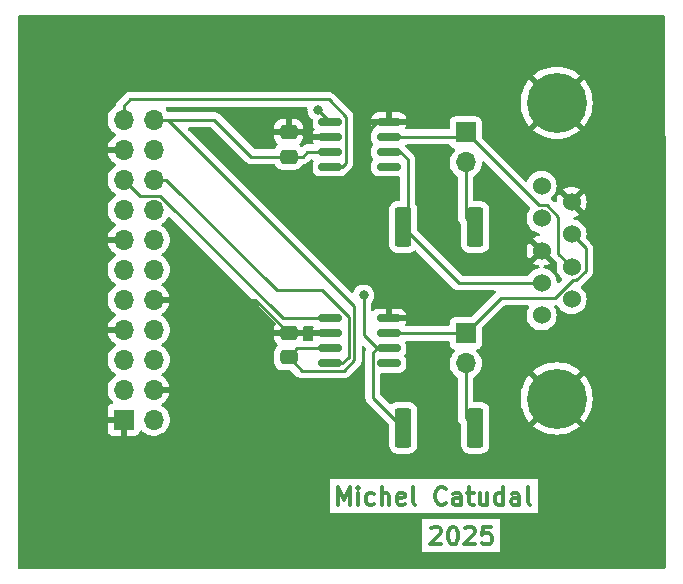
<source format=gtl>
G04 #@! TF.GenerationSoftware,KiCad,Pcbnew,8.0.6*
G04 #@! TF.CreationDate,2024-12-29T09:39:42-05:00*
G04 #@! TF.ProjectId,Beagley-ai-2CAN,42656167-6c65-4792-9d61-692d3243414e,rev?*
G04 #@! TF.SameCoordinates,Original*
G04 #@! TF.FileFunction,Copper,L1,Top*
G04 #@! TF.FilePolarity,Positive*
%FSLAX46Y46*%
G04 Gerber Fmt 4.6, Leading zero omitted, Abs format (unit mm)*
G04 Created by KiCad (PCBNEW 8.0.6) date 2024-12-29 09:39:42*
%MOMM*%
%LPD*%
G01*
G04 APERTURE LIST*
G04 Aperture macros list*
%AMRoundRect*
0 Rectangle with rounded corners*
0 $1 Rounding radius*
0 $2 $3 $4 $5 $6 $7 $8 $9 X,Y pos of 4 corners*
0 Add a 4 corners polygon primitive as box body*
4,1,4,$2,$3,$4,$5,$6,$7,$8,$9,$2,$3,0*
0 Add four circle primitives for the rounded corners*
1,1,$1+$1,$2,$3*
1,1,$1+$1,$4,$5*
1,1,$1+$1,$6,$7*
1,1,$1+$1,$8,$9*
0 Add four rect primitives between the rounded corners*
20,1,$1+$1,$2,$3,$4,$5,0*
20,1,$1+$1,$4,$5,$6,$7,0*
20,1,$1+$1,$6,$7,$8,$9,0*
20,1,$1+$1,$8,$9,$2,$3,0*%
G04 Aperture macros list end*
%ADD10C,0.300000*%
G04 #@! TA.AperFunction,NonConductor*
%ADD11C,0.300000*%
G04 #@! TD*
G04 #@! TA.AperFunction,SMDPad,CuDef*
%ADD12RoundRect,0.250000X0.475000X-0.337500X0.475000X0.337500X-0.475000X0.337500X-0.475000X-0.337500X0*%
G04 #@! TD*
G04 #@! TA.AperFunction,SMDPad,CuDef*
%ADD13RoundRect,0.249999X0.450001X1.425001X-0.450001X1.425001X-0.450001X-1.425001X0.450001X-1.425001X0*%
G04 #@! TD*
G04 #@! TA.AperFunction,ComponentPad*
%ADD14R,1.700000X1.700000*%
G04 #@! TD*
G04 #@! TA.AperFunction,ComponentPad*
%ADD15O,1.700000X1.700000*%
G04 #@! TD*
G04 #@! TA.AperFunction,SMDPad,CuDef*
%ADD16RoundRect,0.150000X-0.825000X-0.150000X0.825000X-0.150000X0.825000X0.150000X-0.825000X0.150000X0*%
G04 #@! TD*
G04 #@! TA.AperFunction,ComponentPad*
%ADD17C,1.524000*%
G04 #@! TD*
G04 #@! TA.AperFunction,ComponentPad*
%ADD18C,5.080000*%
G04 #@! TD*
G04 #@! TA.AperFunction,ViaPad*
%ADD19C,0.800000*%
G04 #@! TD*
G04 #@! TA.AperFunction,Conductor*
%ADD20C,0.250000*%
G04 #@! TD*
G04 APERTURE END LIST*
D10*
D11*
X102778571Y-72078328D02*
X102778571Y-70578328D01*
X102778571Y-70578328D02*
X103278571Y-71649757D01*
X103278571Y-71649757D02*
X103778571Y-70578328D01*
X103778571Y-70578328D02*
X103778571Y-72078328D01*
X104492857Y-72078328D02*
X104492857Y-71078328D01*
X104492857Y-70578328D02*
X104421429Y-70649757D01*
X104421429Y-70649757D02*
X104492857Y-70721185D01*
X104492857Y-70721185D02*
X104564286Y-70649757D01*
X104564286Y-70649757D02*
X104492857Y-70578328D01*
X104492857Y-70578328D02*
X104492857Y-70721185D01*
X105850001Y-72006900D02*
X105707143Y-72078328D01*
X105707143Y-72078328D02*
X105421429Y-72078328D01*
X105421429Y-72078328D02*
X105278572Y-72006900D01*
X105278572Y-72006900D02*
X105207143Y-71935471D01*
X105207143Y-71935471D02*
X105135715Y-71792614D01*
X105135715Y-71792614D02*
X105135715Y-71364042D01*
X105135715Y-71364042D02*
X105207143Y-71221185D01*
X105207143Y-71221185D02*
X105278572Y-71149757D01*
X105278572Y-71149757D02*
X105421429Y-71078328D01*
X105421429Y-71078328D02*
X105707143Y-71078328D01*
X105707143Y-71078328D02*
X105850001Y-71149757D01*
X106492857Y-72078328D02*
X106492857Y-70578328D01*
X107135715Y-72078328D02*
X107135715Y-71292614D01*
X107135715Y-71292614D02*
X107064286Y-71149757D01*
X107064286Y-71149757D02*
X106921429Y-71078328D01*
X106921429Y-71078328D02*
X106707143Y-71078328D01*
X106707143Y-71078328D02*
X106564286Y-71149757D01*
X106564286Y-71149757D02*
X106492857Y-71221185D01*
X108421429Y-72006900D02*
X108278572Y-72078328D01*
X108278572Y-72078328D02*
X107992858Y-72078328D01*
X107992858Y-72078328D02*
X107850000Y-72006900D01*
X107850000Y-72006900D02*
X107778572Y-71864042D01*
X107778572Y-71864042D02*
X107778572Y-71292614D01*
X107778572Y-71292614D02*
X107850000Y-71149757D01*
X107850000Y-71149757D02*
X107992858Y-71078328D01*
X107992858Y-71078328D02*
X108278572Y-71078328D01*
X108278572Y-71078328D02*
X108421429Y-71149757D01*
X108421429Y-71149757D02*
X108492858Y-71292614D01*
X108492858Y-71292614D02*
X108492858Y-71435471D01*
X108492858Y-71435471D02*
X107778572Y-71578328D01*
X109350000Y-72078328D02*
X109207143Y-72006900D01*
X109207143Y-72006900D02*
X109135714Y-71864042D01*
X109135714Y-71864042D02*
X109135714Y-70578328D01*
X111921428Y-71935471D02*
X111850000Y-72006900D01*
X111850000Y-72006900D02*
X111635714Y-72078328D01*
X111635714Y-72078328D02*
X111492857Y-72078328D01*
X111492857Y-72078328D02*
X111278571Y-72006900D01*
X111278571Y-72006900D02*
X111135714Y-71864042D01*
X111135714Y-71864042D02*
X111064285Y-71721185D01*
X111064285Y-71721185D02*
X110992857Y-71435471D01*
X110992857Y-71435471D02*
X110992857Y-71221185D01*
X110992857Y-71221185D02*
X111064285Y-70935471D01*
X111064285Y-70935471D02*
X111135714Y-70792614D01*
X111135714Y-70792614D02*
X111278571Y-70649757D01*
X111278571Y-70649757D02*
X111492857Y-70578328D01*
X111492857Y-70578328D02*
X111635714Y-70578328D01*
X111635714Y-70578328D02*
X111850000Y-70649757D01*
X111850000Y-70649757D02*
X111921428Y-70721185D01*
X113207143Y-72078328D02*
X113207143Y-71292614D01*
X113207143Y-71292614D02*
X113135714Y-71149757D01*
X113135714Y-71149757D02*
X112992857Y-71078328D01*
X112992857Y-71078328D02*
X112707143Y-71078328D01*
X112707143Y-71078328D02*
X112564285Y-71149757D01*
X113207143Y-72006900D02*
X113064285Y-72078328D01*
X113064285Y-72078328D02*
X112707143Y-72078328D01*
X112707143Y-72078328D02*
X112564285Y-72006900D01*
X112564285Y-72006900D02*
X112492857Y-71864042D01*
X112492857Y-71864042D02*
X112492857Y-71721185D01*
X112492857Y-71721185D02*
X112564285Y-71578328D01*
X112564285Y-71578328D02*
X112707143Y-71506900D01*
X112707143Y-71506900D02*
X113064285Y-71506900D01*
X113064285Y-71506900D02*
X113207143Y-71435471D01*
X113707143Y-71078328D02*
X114278571Y-71078328D01*
X113921428Y-70578328D02*
X113921428Y-71864042D01*
X113921428Y-71864042D02*
X113992857Y-72006900D01*
X113992857Y-72006900D02*
X114135714Y-72078328D01*
X114135714Y-72078328D02*
X114278571Y-72078328D01*
X115421429Y-71078328D02*
X115421429Y-72078328D01*
X114778571Y-71078328D02*
X114778571Y-71864042D01*
X114778571Y-71864042D02*
X114850000Y-72006900D01*
X114850000Y-72006900D02*
X114992857Y-72078328D01*
X114992857Y-72078328D02*
X115207143Y-72078328D01*
X115207143Y-72078328D02*
X115350000Y-72006900D01*
X115350000Y-72006900D02*
X115421429Y-71935471D01*
X116778572Y-72078328D02*
X116778572Y-70578328D01*
X116778572Y-72006900D02*
X116635714Y-72078328D01*
X116635714Y-72078328D02*
X116350000Y-72078328D01*
X116350000Y-72078328D02*
X116207143Y-72006900D01*
X116207143Y-72006900D02*
X116135714Y-71935471D01*
X116135714Y-71935471D02*
X116064286Y-71792614D01*
X116064286Y-71792614D02*
X116064286Y-71364042D01*
X116064286Y-71364042D02*
X116135714Y-71221185D01*
X116135714Y-71221185D02*
X116207143Y-71149757D01*
X116207143Y-71149757D02*
X116350000Y-71078328D01*
X116350000Y-71078328D02*
X116635714Y-71078328D01*
X116635714Y-71078328D02*
X116778572Y-71149757D01*
X118135715Y-72078328D02*
X118135715Y-71292614D01*
X118135715Y-71292614D02*
X118064286Y-71149757D01*
X118064286Y-71149757D02*
X117921429Y-71078328D01*
X117921429Y-71078328D02*
X117635715Y-71078328D01*
X117635715Y-71078328D02*
X117492857Y-71149757D01*
X118135715Y-72006900D02*
X117992857Y-72078328D01*
X117992857Y-72078328D02*
X117635715Y-72078328D01*
X117635715Y-72078328D02*
X117492857Y-72006900D01*
X117492857Y-72006900D02*
X117421429Y-71864042D01*
X117421429Y-71864042D02*
X117421429Y-71721185D01*
X117421429Y-71721185D02*
X117492857Y-71578328D01*
X117492857Y-71578328D02*
X117635715Y-71506900D01*
X117635715Y-71506900D02*
X117992857Y-71506900D01*
X117992857Y-71506900D02*
X118135715Y-71435471D01*
X119064286Y-72078328D02*
X118921429Y-72006900D01*
X118921429Y-72006900D02*
X118850000Y-71864042D01*
X118850000Y-71864042D02*
X118850000Y-70578328D01*
D10*
D11*
X110678572Y-74071185D02*
X110750000Y-73999757D01*
X110750000Y-73999757D02*
X110892858Y-73928328D01*
X110892858Y-73928328D02*
X111250000Y-73928328D01*
X111250000Y-73928328D02*
X111392858Y-73999757D01*
X111392858Y-73999757D02*
X111464286Y-74071185D01*
X111464286Y-74071185D02*
X111535715Y-74214042D01*
X111535715Y-74214042D02*
X111535715Y-74356900D01*
X111535715Y-74356900D02*
X111464286Y-74571185D01*
X111464286Y-74571185D02*
X110607143Y-75428328D01*
X110607143Y-75428328D02*
X111535715Y-75428328D01*
X112464286Y-73928328D02*
X112607143Y-73928328D01*
X112607143Y-73928328D02*
X112750000Y-73999757D01*
X112750000Y-73999757D02*
X112821429Y-74071185D01*
X112821429Y-74071185D02*
X112892857Y-74214042D01*
X112892857Y-74214042D02*
X112964286Y-74499757D01*
X112964286Y-74499757D02*
X112964286Y-74856900D01*
X112964286Y-74856900D02*
X112892857Y-75142614D01*
X112892857Y-75142614D02*
X112821429Y-75285471D01*
X112821429Y-75285471D02*
X112750000Y-75356900D01*
X112750000Y-75356900D02*
X112607143Y-75428328D01*
X112607143Y-75428328D02*
X112464286Y-75428328D01*
X112464286Y-75428328D02*
X112321429Y-75356900D01*
X112321429Y-75356900D02*
X112250000Y-75285471D01*
X112250000Y-75285471D02*
X112178571Y-75142614D01*
X112178571Y-75142614D02*
X112107143Y-74856900D01*
X112107143Y-74856900D02*
X112107143Y-74499757D01*
X112107143Y-74499757D02*
X112178571Y-74214042D01*
X112178571Y-74214042D02*
X112250000Y-74071185D01*
X112250000Y-74071185D02*
X112321429Y-73999757D01*
X112321429Y-73999757D02*
X112464286Y-73928328D01*
X113535714Y-74071185D02*
X113607142Y-73999757D01*
X113607142Y-73999757D02*
X113750000Y-73928328D01*
X113750000Y-73928328D02*
X114107142Y-73928328D01*
X114107142Y-73928328D02*
X114250000Y-73999757D01*
X114250000Y-73999757D02*
X114321428Y-74071185D01*
X114321428Y-74071185D02*
X114392857Y-74214042D01*
X114392857Y-74214042D02*
X114392857Y-74356900D01*
X114392857Y-74356900D02*
X114321428Y-74571185D01*
X114321428Y-74571185D02*
X113464285Y-75428328D01*
X113464285Y-75428328D02*
X114392857Y-75428328D01*
X115749999Y-73928328D02*
X115035713Y-73928328D01*
X115035713Y-73928328D02*
X114964285Y-74642614D01*
X114964285Y-74642614D02*
X115035713Y-74571185D01*
X115035713Y-74571185D02*
X115178571Y-74499757D01*
X115178571Y-74499757D02*
X115535713Y-74499757D01*
X115535713Y-74499757D02*
X115678571Y-74571185D01*
X115678571Y-74571185D02*
X115749999Y-74642614D01*
X115749999Y-74642614D02*
X115821428Y-74785471D01*
X115821428Y-74785471D02*
X115821428Y-75142614D01*
X115821428Y-75142614D02*
X115749999Y-75285471D01*
X115749999Y-75285471D02*
X115678571Y-75356900D01*
X115678571Y-75356900D02*
X115535713Y-75428328D01*
X115535713Y-75428328D02*
X115178571Y-75428328D01*
X115178571Y-75428328D02*
X115035713Y-75356900D01*
X115035713Y-75356900D02*
X114964285Y-75285471D01*
D12*
X98600000Y-42587500D03*
X98600000Y-40512500D03*
D13*
X114400000Y-48550000D03*
X108300000Y-48550000D03*
D14*
X84640000Y-64870000D03*
D15*
X87180000Y-64870000D03*
X84640000Y-62330000D03*
X87180000Y-62330000D03*
X84640000Y-59790000D03*
X87180000Y-59790000D03*
X84640000Y-57250000D03*
X87180000Y-57250000D03*
X84640000Y-54710000D03*
X87180000Y-54710000D03*
X84640000Y-52170000D03*
X87180000Y-52170000D03*
X84640000Y-49630000D03*
X87180000Y-49630000D03*
X84640000Y-47090000D03*
X87180000Y-47090000D03*
X84640000Y-44550000D03*
X87180000Y-44550000D03*
X84640000Y-42010000D03*
X87180000Y-42010000D03*
X84640000Y-39470000D03*
X87180000Y-39470000D03*
D16*
X102125000Y-56295000D03*
X102125000Y-57565000D03*
X102125000Y-58835000D03*
X102125000Y-60105000D03*
X107075000Y-60105000D03*
X107075000Y-58835000D03*
X107075000Y-57565000D03*
X107075000Y-56295000D03*
D14*
X113600000Y-57550000D03*
D15*
X113600000Y-60090000D03*
D13*
X114400000Y-65550000D03*
X108300000Y-65550000D03*
D17*
X120030000Y-45063600D03*
X120030000Y-47806800D03*
X120030000Y-50550000D03*
X120030000Y-53293200D03*
X120030000Y-56036400D03*
X122570000Y-46435200D03*
X122570000Y-49178400D03*
X122570000Y-51921600D03*
X122570000Y-54664800D03*
D18*
X121300000Y-38027800D03*
X121300000Y-63072200D03*
D16*
X102125000Y-39645000D03*
X102125000Y-40915000D03*
X102125000Y-42185000D03*
X102125000Y-43455000D03*
X107075000Y-43455000D03*
X107075000Y-42185000D03*
X107075000Y-40915000D03*
X107075000Y-39645000D03*
D14*
X113600000Y-40550000D03*
D15*
X113600000Y-43090000D03*
D12*
X98600000Y-59587500D03*
X98600000Y-57512500D03*
D19*
X104872500Y-40872500D03*
X100100000Y-40600000D03*
X101115000Y-38635000D03*
X104950000Y-54350000D03*
D20*
X104872500Y-40872500D02*
X104872501Y-40872500D01*
X98600000Y-57512500D02*
X102072500Y-57512500D01*
X100100000Y-40600000D02*
X100450000Y-40950000D01*
X102072500Y-57512500D02*
X102125000Y-57565000D01*
X104872500Y-40872501D02*
X104872500Y-40872500D01*
X98600000Y-40512500D02*
X100012500Y-40512500D01*
X104800000Y-40945001D02*
X104872500Y-40872501D01*
X104872501Y-40872500D02*
X106100001Y-39645000D01*
X100012500Y-40512500D02*
X100100000Y-40600000D01*
X87180000Y-54710000D02*
X95797500Y-54710000D01*
X100485000Y-40915000D02*
X102125000Y-40915000D01*
X100450000Y-40950000D02*
X100485000Y-40915000D01*
X95797500Y-54710000D02*
X98600000Y-57512500D01*
X106100001Y-39645000D02*
X107075000Y-39645000D01*
X92320000Y-39470000D02*
X95437500Y-42587500D01*
X87180000Y-39470000D02*
X92320000Y-39470000D01*
X95437500Y-42587500D02*
X98600000Y-42587500D01*
X104150000Y-59850000D02*
X103270000Y-60730000D01*
X88382081Y-39470000D02*
X104150000Y-55237919D01*
X99812500Y-42587500D02*
X100200000Y-42200000D01*
X100200000Y-42200000D02*
X100650000Y-42200000D01*
X98600000Y-59587500D02*
X99352500Y-58835000D01*
X98600000Y-42587500D02*
X99812500Y-42587500D01*
X100665000Y-42185000D02*
X102125000Y-42185000D01*
X100650000Y-42200000D02*
X100665000Y-42185000D01*
X87180000Y-39470000D02*
X88382081Y-39470000D01*
X103270000Y-60730000D02*
X99742500Y-60730000D01*
X99742500Y-60730000D02*
X98600000Y-59587500D01*
X99352500Y-58835000D02*
X102125000Y-58835000D01*
X104150000Y-55237919D02*
X104150000Y-59850000D01*
X108300000Y-48550000D02*
X113043200Y-53293200D01*
X108700000Y-48150000D02*
X108300000Y-48550000D01*
X108700000Y-42835001D02*
X108700000Y-48150000D01*
X107075000Y-42185000D02*
X108049999Y-42185000D01*
X108049999Y-42185000D02*
X108700000Y-42835001D01*
X113043200Y-53293200D02*
X120030000Y-53293200D01*
X101115000Y-38635000D02*
X102125000Y-39645000D01*
X103700000Y-59650000D02*
X103600000Y-59650000D01*
X87180000Y-44550000D02*
X88250000Y-44550000D01*
X88250000Y-44550000D02*
X97600000Y-53900000D01*
X97600000Y-53900000D02*
X101400000Y-53900000D01*
X101400000Y-53900000D02*
X103700000Y-56200000D01*
X103145000Y-60105000D02*
X102125000Y-60105000D01*
X103700000Y-56200000D02*
X103700000Y-59650000D01*
X103600000Y-59650000D02*
X103145000Y-60105000D01*
X102000000Y-37750000D02*
X103450000Y-39200000D01*
X84640000Y-39470000D02*
X84640000Y-38267919D01*
X84640000Y-38267919D02*
X85157919Y-37750000D01*
X103450000Y-43104999D02*
X103099999Y-43455000D01*
X103450000Y-39200000D02*
X103450000Y-43104999D01*
X103099999Y-43455000D02*
X102125000Y-43455000D01*
X85157919Y-37750000D02*
X102000000Y-37750000D01*
X87715000Y-45915000D02*
X98095000Y-56295000D01*
X84640000Y-44550000D02*
X86005000Y-45915000D01*
X86005000Y-45915000D02*
X87715000Y-45915000D01*
X98095000Y-56295000D02*
X102125000Y-56295000D01*
X113600000Y-47750000D02*
X114400000Y-48550000D01*
X113600000Y-43090000D02*
X113600000Y-47750000D01*
X105750000Y-59185001D02*
X105750000Y-63000000D01*
X105750000Y-63000000D02*
X108300000Y-65550000D01*
X106100001Y-58835000D02*
X104950000Y-57684999D01*
X107075000Y-58835000D02*
X106100001Y-58835000D01*
X104950000Y-57684999D02*
X104950000Y-54350000D01*
X106100001Y-58835000D02*
X105750000Y-59185001D01*
X113600000Y-40550000D02*
X119769800Y-46719800D01*
X121450000Y-47689549D02*
X121450000Y-50801600D01*
X121450000Y-50801600D02*
X122570000Y-51921600D01*
X107075000Y-40915000D02*
X113235000Y-40915000D01*
X113235000Y-40915000D02*
X113600000Y-40550000D01*
X119769800Y-46719800D02*
X120480251Y-46719800D01*
X120480251Y-46719800D02*
X121450000Y-47689549D01*
X113600000Y-60090000D02*
X113600000Y-64750000D01*
X113600000Y-64750000D02*
X114400000Y-65550000D01*
X122978851Y-53050000D02*
X123750000Y-52278851D01*
X122647549Y-53050000D02*
X122978851Y-53050000D01*
X123750000Y-50358400D02*
X122570000Y-49178400D01*
X113585000Y-57565000D02*
X113600000Y-57550000D01*
X121150000Y-54547549D02*
X122647549Y-53050000D01*
X113600000Y-57550000D02*
X116602451Y-54547549D01*
X116602451Y-54547549D02*
X121150000Y-54547549D01*
X107075000Y-57565000D02*
X113585000Y-57565000D01*
X123750000Y-52278851D02*
X123750000Y-50358400D01*
G04 #@! TA.AperFunction,Conductor*
G36*
X120833904Y-50994694D02*
G01*
X120861217Y-51035570D01*
X120888597Y-51101669D01*
X120888599Y-51101674D01*
X120888600Y-51101675D01*
X120957929Y-51205433D01*
X120957931Y-51205435D01*
X121291874Y-51539378D01*
X121325900Y-51601690D01*
X121324486Y-51661081D01*
X121314023Y-51700131D01*
X121314022Y-51700136D01*
X121314022Y-51700137D01*
X121294647Y-51921600D01*
X121314022Y-52143063D01*
X121360273Y-52315674D01*
X121371559Y-52357793D01*
X121371561Y-52357799D01*
X121465511Y-52559275D01*
X121465512Y-52559277D01*
X121593016Y-52741372D01*
X121593020Y-52741377D01*
X121593023Y-52741381D01*
X121667334Y-52815692D01*
X121737548Y-52885906D01*
X121771573Y-52948218D01*
X121766508Y-53019034D01*
X121737547Y-53064096D01*
X121512757Y-53288886D01*
X121450445Y-53322912D01*
X121379630Y-53317847D01*
X121322794Y-53275300D01*
X121298141Y-53210774D01*
X121285978Y-53071737D01*
X121228440Y-52857004D01*
X121134488Y-52655524D01*
X121006977Y-52473419D01*
X120849781Y-52316223D01*
X120849777Y-52316220D01*
X120849772Y-52316216D01*
X120667677Y-52188712D01*
X120667675Y-52188711D01*
X120466199Y-52094761D01*
X120466196Y-52094760D01*
X120273200Y-52043046D01*
X120212579Y-52006095D01*
X120181557Y-51942234D01*
X120189986Y-51871740D01*
X120235189Y-51816993D01*
X120273203Y-51799633D01*
X120466020Y-51747969D01*
X120466027Y-51747966D01*
X120667425Y-51654053D01*
X120667426Y-51654052D01*
X120730603Y-51609814D01*
X120730603Y-51609812D01*
X120161481Y-51040690D01*
X120226081Y-51023381D01*
X120341920Y-50956502D01*
X120436502Y-50861920D01*
X120503381Y-50746081D01*
X120520690Y-50681480D01*
X120833904Y-50994694D01*
G37*
G04 #@! TD.AperFunction*
G04 #@! TA.AperFunction,Conductor*
G36*
X112243307Y-41568502D02*
G01*
X112289800Y-41622158D01*
X112293241Y-41630466D01*
X112299111Y-41646204D01*
X112299112Y-41646207D01*
X112386738Y-41763261D01*
X112503791Y-41850886D01*
X112503792Y-41850886D01*
X112503796Y-41850889D01*
X112618810Y-41893787D01*
X112675642Y-41936332D01*
X112700453Y-42002852D01*
X112685362Y-42072226D01*
X112667475Y-42097179D01*
X112524280Y-42252729D01*
X112524275Y-42252734D01*
X112401141Y-42441206D01*
X112310703Y-42647386D01*
X112310702Y-42647387D01*
X112255437Y-42865624D01*
X112255436Y-42865630D01*
X112255436Y-42865632D01*
X112236844Y-43090000D01*
X112253270Y-43288232D01*
X112255437Y-43314375D01*
X112310702Y-43532612D01*
X112310703Y-43532613D01*
X112310704Y-43532616D01*
X112401140Y-43738791D01*
X112401141Y-43738793D01*
X112524275Y-43927265D01*
X112524279Y-43927270D01*
X112676762Y-44092908D01*
X112765592Y-44162047D01*
X112854424Y-44231189D01*
X112900471Y-44256108D01*
X112950859Y-44306118D01*
X112966500Y-44366920D01*
X112966500Y-47812396D01*
X112976185Y-47861086D01*
X112990845Y-47934785D01*
X113038600Y-48050075D01*
X113107929Y-48153833D01*
X113107931Y-48153835D01*
X113154595Y-48200499D01*
X113188621Y-48262811D01*
X113191500Y-48289594D01*
X113191500Y-50025554D01*
X113191499Y-50025554D01*
X113202112Y-50129421D01*
X113202113Y-50129428D01*
X113216754Y-50173612D01*
X113257885Y-50297739D01*
X113342166Y-50434378D01*
X113350970Y-50448652D01*
X113350975Y-50448658D01*
X113476341Y-50574024D01*
X113476347Y-50574029D01*
X113476348Y-50574030D01*
X113627261Y-50667115D01*
X113795573Y-50722887D01*
X113835527Y-50726968D01*
X113899446Y-50733500D01*
X113899454Y-50733500D01*
X114900554Y-50733500D01*
X114959906Y-50727435D01*
X115004427Y-50722887D01*
X115172739Y-50667115D01*
X115323652Y-50574030D01*
X115449030Y-50448652D01*
X115542115Y-50297739D01*
X115597887Y-50129427D01*
X115603691Y-50072616D01*
X115608500Y-50025554D01*
X115608500Y-47074445D01*
X115599567Y-46987019D01*
X115597887Y-46970573D01*
X115542115Y-46802261D01*
X115449030Y-46651348D01*
X115449029Y-46651347D01*
X115449024Y-46651341D01*
X115323658Y-46525975D01*
X115323652Y-46525970D01*
X115172739Y-46432885D01*
X115088583Y-46404999D01*
X115004428Y-46377113D01*
X115004421Y-46377112D01*
X114900554Y-46366500D01*
X114900546Y-46366500D01*
X114359500Y-46366500D01*
X114291379Y-46346498D01*
X114244886Y-46292842D01*
X114233500Y-46240500D01*
X114233500Y-44366920D01*
X114253502Y-44298799D01*
X114299527Y-44256108D01*
X114345576Y-44231189D01*
X114523240Y-44092906D01*
X114675722Y-43927268D01*
X114798860Y-43738791D01*
X114889296Y-43532616D01*
X114944564Y-43314368D01*
X114962206Y-43101460D01*
X114987764Y-43035228D01*
X115045076Y-42993324D01*
X115115944Y-42989058D01*
X115176870Y-43022774D01*
X119014542Y-46860446D01*
X119048568Y-46922758D01*
X119043503Y-46993573D01*
X119028660Y-47021811D01*
X118925513Y-47169120D01*
X118831561Y-47370601D01*
X118831559Y-47370606D01*
X118824485Y-47397007D01*
X118774022Y-47585337D01*
X118754647Y-47806800D01*
X118774022Y-48028263D01*
X118807669Y-48153833D01*
X118831559Y-48242993D01*
X118831561Y-48242999D01*
X118925511Y-48444475D01*
X118925512Y-48444477D01*
X119053016Y-48626572D01*
X119053020Y-48626577D01*
X119053023Y-48626581D01*
X119210219Y-48783777D01*
X119210223Y-48783780D01*
X119210227Y-48783783D01*
X119314124Y-48856532D01*
X119392323Y-48911288D01*
X119593804Y-49005240D01*
X119786799Y-49056953D01*
X119847420Y-49093904D01*
X119878441Y-49157764D01*
X119870013Y-49228259D01*
X119824810Y-49283006D01*
X119786797Y-49300366D01*
X119593976Y-49352031D01*
X119593972Y-49352033D01*
X119392575Y-49445946D01*
X119329394Y-49490184D01*
X119898520Y-50059309D01*
X119833919Y-50076619D01*
X119718080Y-50143498D01*
X119623498Y-50238080D01*
X119556619Y-50353919D01*
X119539309Y-50418518D01*
X118970185Y-49849394D01*
X118925946Y-49912575D01*
X118832033Y-50113972D01*
X118832031Y-50113976D01*
X118774517Y-50328625D01*
X118755149Y-50550000D01*
X118774517Y-50771374D01*
X118832031Y-50986023D01*
X118832033Y-50986027D01*
X118925946Y-51187425D01*
X118970184Y-51250603D01*
X118970185Y-51250603D01*
X119539309Y-50681479D01*
X119556619Y-50746081D01*
X119623498Y-50861920D01*
X119718080Y-50956502D01*
X119833919Y-51023381D01*
X119898519Y-51040690D01*
X119329395Y-51609813D01*
X119329395Y-51609814D01*
X119392575Y-51654053D01*
X119392574Y-51654053D01*
X119593972Y-51747966D01*
X119593979Y-51747969D01*
X119786796Y-51799633D01*
X119847419Y-51836584D01*
X119878441Y-51900445D01*
X119870013Y-51970939D01*
X119824811Y-52025686D01*
X119786798Y-52043047D01*
X119593803Y-52094760D01*
X119593801Y-52094761D01*
X119392323Y-52188712D01*
X119210222Y-52316220D01*
X119210216Y-52316225D01*
X119053025Y-52473416D01*
X119053020Y-52473422D01*
X118960209Y-52605971D01*
X118904752Y-52650299D01*
X118856996Y-52659700D01*
X113357795Y-52659700D01*
X113289674Y-52639698D01*
X113268700Y-52622795D01*
X109545405Y-48899500D01*
X109511379Y-48837188D01*
X109508500Y-48810405D01*
X109508500Y-47074445D01*
X109499567Y-46987019D01*
X109497887Y-46970573D01*
X109442115Y-46802261D01*
X109352258Y-46656582D01*
X109333500Y-46590436D01*
X109333500Y-42772608D01*
X109333499Y-42772604D01*
X109309155Y-42650216D01*
X109261400Y-42534926D01*
X109192071Y-42431168D01*
X109103833Y-42342930D01*
X108524498Y-41763595D01*
X108490472Y-41701283D01*
X108495537Y-41630468D01*
X108538084Y-41573632D01*
X108604604Y-41548821D01*
X108613593Y-41548500D01*
X112175186Y-41548500D01*
X112243307Y-41568502D01*
G37*
G04 #@! TD.AperFunction*
G04 #@! TA.AperFunction,Conductor*
G36*
X100156113Y-38403502D02*
G01*
X100202606Y-38457158D01*
X100213302Y-38522670D01*
X100201496Y-38634999D01*
X100221457Y-38824927D01*
X100245826Y-38899925D01*
X100280473Y-39006556D01*
X100280476Y-39006561D01*
X100375958Y-39171941D01*
X100375965Y-39171951D01*
X100503743Y-39313863D01*
X100503746Y-39313865D01*
X100503747Y-39313866D01*
X100589561Y-39376213D01*
X100632915Y-39432435D01*
X100641500Y-39478149D01*
X100641500Y-39861511D01*
X100644437Y-39898828D01*
X100644437Y-39898829D01*
X100690856Y-40058605D01*
X100775544Y-40201803D01*
X100776615Y-40203184D01*
X100777117Y-40204463D01*
X100779582Y-40208631D01*
X100778909Y-40209028D01*
X100802562Y-40269270D01*
X100788662Y-40338892D01*
X100776614Y-40357639D01*
X100775946Y-40358499D01*
X100691318Y-40501598D01*
X100645007Y-40661000D01*
X102253000Y-40661000D01*
X102321121Y-40681002D01*
X102367614Y-40734658D01*
X102379000Y-40787000D01*
X102379000Y-41043000D01*
X102358998Y-41111121D01*
X102305342Y-41157614D01*
X102253000Y-41169000D01*
X100645007Y-41169000D01*
X100691318Y-41328401D01*
X100710811Y-41361361D01*
X100728270Y-41430177D01*
X100705753Y-41497509D01*
X100650408Y-41541978D01*
X100608697Y-41550243D01*
X100608762Y-41550894D01*
X100602603Y-41551500D01*
X100553019Y-41561363D01*
X100539366Y-41564079D01*
X100514786Y-41566500D01*
X100137603Y-41566500D01*
X100015214Y-41590845D01*
X100015209Y-41590847D01*
X99899924Y-41638599D01*
X99796168Y-41707927D01*
X99796164Y-41707930D01*
X99789979Y-41714115D01*
X99727665Y-41748137D01*
X99656850Y-41743069D01*
X99611793Y-41714110D01*
X99548657Y-41650974D01*
X99545547Y-41648515D01*
X99543967Y-41646284D01*
X99543463Y-41645780D01*
X99543549Y-41645693D01*
X99504518Y-41590575D01*
X99501326Y-41519650D01*
X99536986Y-41458259D01*
X99545558Y-41450832D01*
X99548350Y-41448624D01*
X99673629Y-41323345D01*
X99673634Y-41323339D01*
X99766657Y-41172525D01*
X99822393Y-41004321D01*
X99822394Y-41004318D01*
X99832999Y-40900516D01*
X99833000Y-40900516D01*
X99833000Y-40766500D01*
X97367000Y-40766500D01*
X97367000Y-40900516D01*
X97377605Y-41004318D01*
X97377606Y-41004321D01*
X97433342Y-41172525D01*
X97526365Y-41323339D01*
X97526370Y-41323345D01*
X97651657Y-41448632D01*
X97654446Y-41450837D01*
X97655863Y-41452838D01*
X97656850Y-41453825D01*
X97656681Y-41453993D01*
X97695479Y-41508775D01*
X97698674Y-41579700D01*
X97663017Y-41641093D01*
X97654457Y-41648511D01*
X97651345Y-41650971D01*
X97525975Y-41776341D01*
X97525970Y-41776347D01*
X97505477Y-41809572D01*
X97479993Y-41850889D01*
X97453311Y-41894147D01*
X97400525Y-41941625D01*
X97346070Y-41954000D01*
X95752095Y-41954000D01*
X95683974Y-41933998D01*
X95663000Y-41917095D01*
X93870387Y-40124483D01*
X97367000Y-40124483D01*
X97367000Y-40258500D01*
X98346000Y-40258500D01*
X98854000Y-40258500D01*
X99833000Y-40258500D01*
X99833000Y-40124483D01*
X99822394Y-40020681D01*
X99822393Y-40020678D01*
X99766657Y-39852474D01*
X99673634Y-39701660D01*
X99673629Y-39701654D01*
X99548345Y-39576370D01*
X99548339Y-39576365D01*
X99397525Y-39483342D01*
X99229321Y-39427606D01*
X99229318Y-39427605D01*
X99125516Y-39417000D01*
X98854000Y-39417000D01*
X98854000Y-40258500D01*
X98346000Y-40258500D01*
X98346000Y-39417000D01*
X98074483Y-39417000D01*
X97970681Y-39427605D01*
X97970678Y-39427606D01*
X97802474Y-39483342D01*
X97651660Y-39576365D01*
X97651654Y-39576370D01*
X97526370Y-39701654D01*
X97526365Y-39701660D01*
X97433342Y-39852474D01*
X97377606Y-40020678D01*
X97377605Y-40020681D01*
X97367000Y-40124483D01*
X93870387Y-40124483D01*
X92723835Y-38977931D01*
X92723833Y-38977929D01*
X92620075Y-38908600D01*
X92504785Y-38860845D01*
X92431086Y-38846185D01*
X92382396Y-38836500D01*
X92382394Y-38836500D01*
X88457038Y-38836500D01*
X88388917Y-38816498D01*
X88351555Y-38779415D01*
X88255724Y-38632734D01*
X88255714Y-38632722D01*
X88220839Y-38594838D01*
X88189417Y-38531173D01*
X88197403Y-38460627D01*
X88242262Y-38405598D01*
X88309751Y-38383557D01*
X88313539Y-38383500D01*
X100087992Y-38383500D01*
X100156113Y-38403502D01*
G37*
G04 #@! TD.AperFunction*
G04 #@! TA.AperFunction,Conductor*
G36*
X130442335Y-30645502D02*
G01*
X130488828Y-30699158D01*
X130500213Y-30751365D01*
X130521438Y-50722886D01*
X130524500Y-53604437D01*
X130524500Y-77348500D01*
X130504498Y-77416621D01*
X130450842Y-77463114D01*
X130398500Y-77474500D01*
X75801500Y-77474500D01*
X75733379Y-77454498D01*
X75686886Y-77400842D01*
X75675500Y-77348500D01*
X75675500Y-76093553D01*
X109943643Y-76093553D01*
X116486653Y-76093553D01*
X116486653Y-73262629D01*
X109943643Y-73262629D01*
X109943643Y-76093553D01*
X75675500Y-76093553D01*
X75675500Y-72743553D01*
X102113910Y-72743553D01*
X119729511Y-72743553D01*
X119729511Y-69913103D01*
X102113910Y-69913103D01*
X102113910Y-72743553D01*
X75675500Y-72743553D01*
X75675500Y-42051755D01*
X75676376Y-41638599D01*
X75680975Y-39470000D01*
X83276844Y-39470000D01*
X83291872Y-39651362D01*
X83295437Y-39694375D01*
X83350702Y-39912612D01*
X83350703Y-39912613D01*
X83350704Y-39912616D01*
X83439781Y-40115692D01*
X83441141Y-40118793D01*
X83564275Y-40307265D01*
X83564279Y-40307270D01*
X83716762Y-40472908D01*
X83753367Y-40501399D01*
X83894424Y-40611189D01*
X83928205Y-40629470D01*
X83978596Y-40679482D01*
X83993949Y-40748799D01*
X83969389Y-40815412D01*
X83928209Y-40851096D01*
X83894704Y-40869228D01*
X83894698Y-40869232D01*
X83717097Y-41007465D01*
X83564674Y-41173041D01*
X83441580Y-41361451D01*
X83351179Y-41567543D01*
X83351176Y-41567550D01*
X83303455Y-41755999D01*
X83303456Y-41756000D01*
X84209297Y-41756000D01*
X84174075Y-41817007D01*
X84140000Y-41944174D01*
X84140000Y-42075826D01*
X84174075Y-42202993D01*
X84209297Y-42264000D01*
X83303455Y-42264000D01*
X83351176Y-42452449D01*
X83351179Y-42452456D01*
X83441580Y-42658548D01*
X83564674Y-42846958D01*
X83717097Y-43012534D01*
X83894698Y-43150767D01*
X83894704Y-43150771D01*
X83928207Y-43168902D01*
X83978597Y-43218915D01*
X83993949Y-43288232D01*
X83969388Y-43354845D01*
X83928207Y-43390528D01*
X83894430Y-43408807D01*
X83894424Y-43408811D01*
X83716762Y-43547091D01*
X83564279Y-43712729D01*
X83564275Y-43712734D01*
X83441141Y-43901206D01*
X83350703Y-44107386D01*
X83350702Y-44107387D01*
X83295437Y-44325624D01*
X83295436Y-44325630D01*
X83295436Y-44325632D01*
X83276844Y-44550000D01*
X83295437Y-44774375D01*
X83350702Y-44992612D01*
X83350703Y-44992613D01*
X83350704Y-44992616D01*
X83441140Y-45198791D01*
X83441141Y-45198793D01*
X83564275Y-45387265D01*
X83564279Y-45387270D01*
X83716762Y-45552908D01*
X83771331Y-45595381D01*
X83894424Y-45691189D01*
X83927680Y-45709186D01*
X83978071Y-45759200D01*
X83993423Y-45828516D01*
X83968862Y-45895129D01*
X83927680Y-45930814D01*
X83894426Y-45948810D01*
X83894424Y-45948811D01*
X83716762Y-46087091D01*
X83564279Y-46252729D01*
X83564275Y-46252734D01*
X83441141Y-46441206D01*
X83350703Y-46647386D01*
X83350702Y-46647387D01*
X83295437Y-46865624D01*
X83295436Y-46865630D01*
X83295436Y-46865632D01*
X83276844Y-47090000D01*
X83292836Y-47282993D01*
X83295437Y-47314375D01*
X83350702Y-47532612D01*
X83350703Y-47532613D01*
X83350704Y-47532616D01*
X83425087Y-47702193D01*
X83441141Y-47738793D01*
X83564275Y-47927265D01*
X83564279Y-47927270D01*
X83716762Y-48092908D01*
X83771331Y-48135381D01*
X83894424Y-48231189D01*
X83928205Y-48249470D01*
X83978596Y-48299482D01*
X83993949Y-48368799D01*
X83969389Y-48435412D01*
X83928209Y-48471096D01*
X83894704Y-48489228D01*
X83894698Y-48489232D01*
X83717097Y-48627465D01*
X83564674Y-48793041D01*
X83441580Y-48981451D01*
X83351179Y-49187543D01*
X83351176Y-49187550D01*
X83303455Y-49375999D01*
X83303456Y-49376000D01*
X84209297Y-49376000D01*
X84174075Y-49437007D01*
X84140000Y-49564174D01*
X84140000Y-49695826D01*
X84174075Y-49822993D01*
X84209297Y-49884000D01*
X83303455Y-49884000D01*
X83351176Y-50072449D01*
X83351179Y-50072456D01*
X83441580Y-50278548D01*
X83564674Y-50466958D01*
X83717097Y-50632534D01*
X83894698Y-50770767D01*
X83894704Y-50770771D01*
X83928207Y-50788902D01*
X83978597Y-50838915D01*
X83993949Y-50908232D01*
X83969388Y-50974845D01*
X83928207Y-51010528D01*
X83894430Y-51028807D01*
X83894424Y-51028811D01*
X83716762Y-51167091D01*
X83564279Y-51332729D01*
X83564275Y-51332734D01*
X83441141Y-51521206D01*
X83350703Y-51727386D01*
X83350702Y-51727387D01*
X83295437Y-51945624D01*
X83295436Y-51945630D01*
X83295436Y-51945632D01*
X83276844Y-52170000D01*
X83292405Y-52357793D01*
X83295437Y-52394375D01*
X83350702Y-52612612D01*
X83350703Y-52612613D01*
X83350704Y-52612616D01*
X83407185Y-52741381D01*
X83441141Y-52818793D01*
X83564275Y-53007265D01*
X83564279Y-53007270D01*
X83716762Y-53172908D01*
X83731697Y-53184532D01*
X83894424Y-53311189D01*
X83927680Y-53329186D01*
X83978071Y-53379200D01*
X83993423Y-53448516D01*
X83968862Y-53515129D01*
X83927680Y-53550813D01*
X83894426Y-53568810D01*
X83894424Y-53568811D01*
X83716762Y-53707091D01*
X83564279Y-53872729D01*
X83564275Y-53872734D01*
X83441141Y-54061206D01*
X83350703Y-54267386D01*
X83350702Y-54267387D01*
X83295437Y-54485624D01*
X83295436Y-54485630D01*
X83295436Y-54485632D01*
X83276844Y-54710000D01*
X83292836Y-54902993D01*
X83295437Y-54934375D01*
X83350702Y-55152612D01*
X83350703Y-55152613D01*
X83350704Y-55152616D01*
X83441140Y-55358791D01*
X83441141Y-55358793D01*
X83564275Y-55547265D01*
X83564279Y-55547270D01*
X83716762Y-55712908D01*
X83749640Y-55738498D01*
X83894424Y-55851189D01*
X83928205Y-55869470D01*
X83978596Y-55919482D01*
X83993949Y-55988799D01*
X83969389Y-56055412D01*
X83928209Y-56091096D01*
X83894704Y-56109228D01*
X83894698Y-56109232D01*
X83717097Y-56247465D01*
X83564674Y-56413041D01*
X83441580Y-56601451D01*
X83351179Y-56807543D01*
X83351176Y-56807550D01*
X83303455Y-56995999D01*
X83303456Y-56996000D01*
X84209297Y-56996000D01*
X84174075Y-57057007D01*
X84140000Y-57184174D01*
X84140000Y-57315826D01*
X84174075Y-57442993D01*
X84209297Y-57504000D01*
X83303455Y-57504000D01*
X83351176Y-57692449D01*
X83351179Y-57692456D01*
X83441580Y-57898548D01*
X83564674Y-58086958D01*
X83717097Y-58252534D01*
X83894698Y-58390767D01*
X83894704Y-58390771D01*
X83928207Y-58408902D01*
X83978597Y-58458915D01*
X83993949Y-58528232D01*
X83969388Y-58594845D01*
X83928207Y-58630528D01*
X83894430Y-58648807D01*
X83894424Y-58648811D01*
X83716762Y-58787091D01*
X83564279Y-58952729D01*
X83564275Y-58952734D01*
X83441141Y-59141206D01*
X83350703Y-59347386D01*
X83350702Y-59347387D01*
X83295437Y-59565624D01*
X83295436Y-59565630D01*
X83295436Y-59565632D01*
X83276844Y-59790000D01*
X83288038Y-59925095D01*
X83295437Y-60014375D01*
X83350702Y-60232612D01*
X83350703Y-60232613D01*
X83350704Y-60232616D01*
X83386567Y-60314375D01*
X83441141Y-60438793D01*
X83564275Y-60627265D01*
X83564279Y-60627270D01*
X83716762Y-60792908D01*
X83771331Y-60835381D01*
X83894424Y-60931189D01*
X83927680Y-60949186D01*
X83978071Y-60999200D01*
X83993423Y-61068516D01*
X83968862Y-61135129D01*
X83927680Y-61170813D01*
X83894426Y-61188810D01*
X83894424Y-61188811D01*
X83716762Y-61327091D01*
X83564279Y-61492729D01*
X83564275Y-61492734D01*
X83441141Y-61681206D01*
X83350703Y-61887386D01*
X83350702Y-61887387D01*
X83295437Y-62105624D01*
X83295436Y-62105630D01*
X83295436Y-62105632D01*
X83276844Y-62330000D01*
X83292836Y-62522993D01*
X83295437Y-62554375D01*
X83350702Y-62772612D01*
X83350703Y-62772613D01*
X83350704Y-62772616D01*
X83441140Y-62978791D01*
X83441141Y-62978793D01*
X83564275Y-63167265D01*
X83564279Y-63167270D01*
X83707841Y-63323217D01*
X83739262Y-63386882D01*
X83731276Y-63457428D01*
X83686417Y-63512457D01*
X83659173Y-63526610D01*
X83544039Y-63569553D01*
X83544034Y-63569555D01*
X83427095Y-63657095D01*
X83339555Y-63774034D01*
X83339555Y-63774035D01*
X83288505Y-63910906D01*
X83282000Y-63971402D01*
X83282000Y-64616000D01*
X84209297Y-64616000D01*
X84174075Y-64677007D01*
X84140000Y-64804174D01*
X84140000Y-64935826D01*
X84174075Y-65062993D01*
X84209297Y-65124000D01*
X83282000Y-65124000D01*
X83282000Y-65768597D01*
X83288505Y-65829093D01*
X83339555Y-65965964D01*
X83339555Y-65965965D01*
X83427095Y-66082904D01*
X83544034Y-66170444D01*
X83680906Y-66221494D01*
X83741402Y-66227999D01*
X83741415Y-66228000D01*
X84386000Y-66228000D01*
X84386000Y-65300702D01*
X84447007Y-65335925D01*
X84574174Y-65370000D01*
X84705826Y-65370000D01*
X84832993Y-65335925D01*
X84894000Y-65300702D01*
X84894000Y-66228000D01*
X85538585Y-66228000D01*
X85538597Y-66227999D01*
X85599093Y-66221494D01*
X85735964Y-66170444D01*
X85735965Y-66170444D01*
X85852904Y-66082904D01*
X85940444Y-65965965D01*
X85984618Y-65847530D01*
X86027165Y-65790694D01*
X86093685Y-65765883D01*
X86163059Y-65780974D01*
X86195372Y-65806222D01*
X86216427Y-65829093D01*
X86256762Y-65872908D01*
X86311331Y-65915381D01*
X86434424Y-66011189D01*
X86632426Y-66118342D01*
X86632427Y-66118342D01*
X86632428Y-66118343D01*
X86744227Y-66156723D01*
X86845365Y-66191444D01*
X87067431Y-66228500D01*
X87067435Y-66228500D01*
X87292565Y-66228500D01*
X87292569Y-66228500D01*
X87514635Y-66191444D01*
X87727574Y-66118342D01*
X87925576Y-66011189D01*
X88103240Y-65872906D01*
X88255722Y-65707268D01*
X88378860Y-65518791D01*
X88469296Y-65312616D01*
X88524564Y-65094368D01*
X88543156Y-64870000D01*
X88524564Y-64645632D01*
X88503637Y-64562993D01*
X88469297Y-64427387D01*
X88469296Y-64427386D01*
X88469296Y-64427384D01*
X88378860Y-64221209D01*
X88286918Y-64080481D01*
X88255724Y-64032734D01*
X88255720Y-64032729D01*
X88103237Y-63867091D01*
X87983679Y-63774035D01*
X87925576Y-63728811D01*
X87891792Y-63710528D01*
X87841402Y-63660516D01*
X87826050Y-63591199D01*
X87850610Y-63524586D01*
X87891793Y-63488901D01*
X87925300Y-63470767D01*
X87925301Y-63470767D01*
X88102902Y-63332534D01*
X88255325Y-63166958D01*
X88378419Y-62978548D01*
X88468820Y-62772456D01*
X88468823Y-62772449D01*
X88516544Y-62584000D01*
X87610703Y-62584000D01*
X87645925Y-62522993D01*
X87680000Y-62395826D01*
X87680000Y-62264174D01*
X87645925Y-62137007D01*
X87610703Y-62076000D01*
X88516544Y-62076000D01*
X88516544Y-62075999D01*
X88468823Y-61887550D01*
X88468820Y-61887543D01*
X88378419Y-61681451D01*
X88255325Y-61493041D01*
X88102902Y-61327465D01*
X87925301Y-61189232D01*
X87925300Y-61189231D01*
X87891791Y-61171097D01*
X87841401Y-61121083D01*
X87826050Y-61051766D01*
X87850612Y-60985153D01*
X87891790Y-60949472D01*
X87925576Y-60931189D01*
X88103240Y-60792906D01*
X88255722Y-60627268D01*
X88378860Y-60438791D01*
X88469296Y-60232616D01*
X88524564Y-60014368D01*
X88543156Y-59790000D01*
X88524564Y-59565632D01*
X88480789Y-59392767D01*
X88469297Y-59347387D01*
X88469296Y-59347386D01*
X88469296Y-59347384D01*
X88378860Y-59141209D01*
X88366705Y-59122604D01*
X88255724Y-58952734D01*
X88255720Y-58952729D01*
X88103237Y-58787091D01*
X88015231Y-58718593D01*
X87925576Y-58648811D01*
X87892319Y-58630813D01*
X87841929Y-58580802D01*
X87826576Y-58511485D01*
X87851136Y-58444872D01*
X87892320Y-58409186D01*
X87892847Y-58408901D01*
X87925576Y-58391189D01*
X88103240Y-58252906D01*
X88255722Y-58087268D01*
X88255927Y-58086955D01*
X88293504Y-58029438D01*
X88378860Y-57898791D01*
X88469296Y-57692616D01*
X88524564Y-57474368D01*
X88543156Y-57250000D01*
X88524564Y-57025632D01*
X88523310Y-57020681D01*
X88469297Y-56807387D01*
X88469296Y-56807386D01*
X88469296Y-56807384D01*
X88378860Y-56601209D01*
X88344750Y-56549000D01*
X88255724Y-56412734D01*
X88255720Y-56412729D01*
X88139570Y-56286559D01*
X88103240Y-56247094D01*
X88103239Y-56247093D01*
X88103237Y-56247091D01*
X88021382Y-56183381D01*
X87925576Y-56108811D01*
X87891792Y-56090528D01*
X87841402Y-56040516D01*
X87826050Y-55971199D01*
X87850610Y-55904586D01*
X87891793Y-55868901D01*
X87925300Y-55850767D01*
X87925301Y-55850767D01*
X88102902Y-55712534D01*
X88255325Y-55546958D01*
X88378419Y-55358548D01*
X88468820Y-55152456D01*
X88468823Y-55152449D01*
X88516544Y-54964000D01*
X87610703Y-54964000D01*
X87645925Y-54902993D01*
X87680000Y-54775826D01*
X87680000Y-54644174D01*
X87645925Y-54517007D01*
X87610703Y-54456000D01*
X88516544Y-54456000D01*
X88516544Y-54455999D01*
X88468823Y-54267550D01*
X88468820Y-54267543D01*
X88378419Y-54061451D01*
X88255325Y-53873041D01*
X88102902Y-53707465D01*
X87925301Y-53569232D01*
X87925300Y-53569231D01*
X87891791Y-53551097D01*
X87841401Y-53501083D01*
X87826050Y-53431766D01*
X87850612Y-53365153D01*
X87891790Y-53329472D01*
X87925576Y-53311189D01*
X88103240Y-53172906D01*
X88255722Y-53007268D01*
X88378860Y-52818791D01*
X88469296Y-52612616D01*
X88524564Y-52394368D01*
X88543156Y-52170000D01*
X88524564Y-51945632D01*
X88469296Y-51727384D01*
X88378860Y-51521209D01*
X88372140Y-51510924D01*
X88255724Y-51332734D01*
X88255720Y-51332729D01*
X88103237Y-51167091D01*
X88019183Y-51101669D01*
X87925576Y-51028811D01*
X87892319Y-51010813D01*
X87841929Y-50960802D01*
X87826576Y-50891485D01*
X87851136Y-50824872D01*
X87892320Y-50789186D01*
X87892847Y-50788901D01*
X87925576Y-50771189D01*
X88103240Y-50632906D01*
X88255722Y-50467268D01*
X88255927Y-50466955D01*
X88264552Y-50453753D01*
X88378860Y-50278791D01*
X88469296Y-50072616D01*
X88524564Y-49854368D01*
X88543156Y-49630000D01*
X88524564Y-49405632D01*
X88503637Y-49322993D01*
X88469297Y-49187387D01*
X88469296Y-49187386D01*
X88469296Y-49187384D01*
X88378860Y-48981209D01*
X88335483Y-48914815D01*
X88255724Y-48792734D01*
X88255720Y-48792729D01*
X88139570Y-48666559D01*
X88103240Y-48627094D01*
X88103239Y-48627093D01*
X88103237Y-48627091D01*
X87992273Y-48540724D01*
X87925576Y-48488811D01*
X87891792Y-48470528D01*
X87841402Y-48420516D01*
X87826050Y-48351199D01*
X87850610Y-48284586D01*
X87891793Y-48248901D01*
X87925300Y-48230767D01*
X87925301Y-48230767D01*
X88102902Y-48092534D01*
X88255325Y-47926958D01*
X88378417Y-47738551D01*
X88384901Y-47723771D01*
X88430582Y-47669422D01*
X88498394Y-47648398D01*
X88566808Y-47667374D01*
X88589384Y-47685289D01*
X97486205Y-56582110D01*
X97520231Y-56644422D01*
X97515166Y-56715237D01*
X97504351Y-56737352D01*
X97433342Y-56852474D01*
X97377606Y-57020678D01*
X97377605Y-57020681D01*
X97367000Y-57124483D01*
X97367000Y-57258500D01*
X99833000Y-57258500D01*
X99833000Y-57124483D01*
X99827158Y-57067307D01*
X99840132Y-56997506D01*
X99888784Y-56945800D01*
X99952505Y-56928500D01*
X100602357Y-56928500D01*
X100670478Y-56948502D01*
X100716971Y-57002158D01*
X100727075Y-57072432D01*
X100710811Y-57118639D01*
X100691318Y-57151598D01*
X100645007Y-57311000D01*
X102253000Y-57311000D01*
X102321121Y-57331002D01*
X102367614Y-57384658D01*
X102379000Y-57437000D01*
X102379000Y-57693000D01*
X102358998Y-57761121D01*
X102305342Y-57807614D01*
X102253000Y-57819000D01*
X100645007Y-57819000D01*
X100691318Y-57978401D01*
X100710811Y-58011361D01*
X100728270Y-58080177D01*
X100705753Y-58147509D01*
X100650408Y-58191978D01*
X100602357Y-58201500D01*
X99931546Y-58201500D01*
X99863425Y-58181498D01*
X99816932Y-58127842D01*
X99806828Y-58057568D01*
X99811941Y-58035867D01*
X99822393Y-58004322D01*
X99822394Y-58004318D01*
X99832999Y-57900516D01*
X99833000Y-57900516D01*
X99833000Y-57766500D01*
X97367000Y-57766500D01*
X97367000Y-57900516D01*
X97377605Y-58004318D01*
X97377606Y-58004321D01*
X97433342Y-58172525D01*
X97526365Y-58323339D01*
X97526370Y-58323345D01*
X97651657Y-58448632D01*
X97654446Y-58450837D01*
X97655863Y-58452838D01*
X97656850Y-58453825D01*
X97656681Y-58453993D01*
X97695479Y-58508775D01*
X97698674Y-58579700D01*
X97663017Y-58641093D01*
X97654457Y-58648511D01*
X97651345Y-58650971D01*
X97525975Y-58776341D01*
X97525970Y-58776347D01*
X97432885Y-58927262D01*
X97377113Y-59095572D01*
X97377112Y-59095579D01*
X97366500Y-59199446D01*
X97366500Y-59975544D01*
X97377112Y-60079425D01*
X97432885Y-60247738D01*
X97525970Y-60398652D01*
X97525975Y-60398658D01*
X97651341Y-60524024D01*
X97651347Y-60524029D01*
X97651348Y-60524030D01*
X97802262Y-60617115D01*
X97970574Y-60672887D01*
X98074455Y-60683500D01*
X98747905Y-60683499D01*
X98816026Y-60703501D01*
X98837000Y-60720404D01*
X99338667Y-61222071D01*
X99442425Y-61291400D01*
X99557715Y-61339155D01*
X99680106Y-61363500D01*
X99680107Y-61363500D01*
X103332393Y-61363500D01*
X103332394Y-61363500D01*
X103454785Y-61339155D01*
X103570075Y-61291400D01*
X103673833Y-61222071D01*
X104642071Y-60253833D01*
X104711400Y-60150075D01*
X104759155Y-60034785D01*
X104783500Y-59912394D01*
X104783500Y-59787606D01*
X104783500Y-58718593D01*
X104803502Y-58650472D01*
X104857158Y-58603979D01*
X104927432Y-58593875D01*
X104992012Y-58623369D01*
X104998595Y-58629498D01*
X105148230Y-58779133D01*
X105182256Y-58841445D01*
X105177191Y-58912260D01*
X105175543Y-58916447D01*
X105140847Y-59000208D01*
X105116500Y-59122604D01*
X105116500Y-63062396D01*
X105126185Y-63111086D01*
X105140845Y-63184785D01*
X105188600Y-63300075D01*
X105257929Y-63403833D01*
X105257931Y-63403835D01*
X107054595Y-65200499D01*
X107088621Y-65262811D01*
X107091500Y-65289594D01*
X107091500Y-67025554D01*
X107091499Y-67025554D01*
X107102112Y-67129421D01*
X107102113Y-67129427D01*
X107157885Y-67297739D01*
X107250970Y-67448652D01*
X107250975Y-67448658D01*
X107376341Y-67574024D01*
X107376347Y-67574029D01*
X107376348Y-67574030D01*
X107527261Y-67667115D01*
X107695573Y-67722887D01*
X107735527Y-67726968D01*
X107799446Y-67733500D01*
X107799454Y-67733500D01*
X108800554Y-67733500D01*
X108859906Y-67727435D01*
X108904427Y-67722887D01*
X109072739Y-67667115D01*
X109223652Y-67574030D01*
X109349030Y-67448652D01*
X109442115Y-67297739D01*
X109497887Y-67129427D01*
X109502435Y-67084906D01*
X109508500Y-67025554D01*
X109508500Y-64074445D01*
X109501677Y-64007673D01*
X109497887Y-63970573D01*
X109442115Y-63802261D01*
X109349030Y-63651348D01*
X109349029Y-63651347D01*
X109349024Y-63651341D01*
X109223658Y-63525975D01*
X109223652Y-63525970D01*
X109155712Y-63484064D01*
X109072739Y-63432885D01*
X108985049Y-63403828D01*
X108904428Y-63377113D01*
X108904421Y-63377112D01*
X108800554Y-63366500D01*
X108800546Y-63366500D01*
X107799454Y-63366500D01*
X107799446Y-63366500D01*
X107695578Y-63377112D01*
X107695571Y-63377113D01*
X107527261Y-63432885D01*
X107376347Y-63525970D01*
X107376343Y-63525973D01*
X107363201Y-63539115D01*
X107300887Y-63573137D01*
X107230071Y-63568068D01*
X107185015Y-63539110D01*
X106420405Y-62774500D01*
X106386379Y-62712188D01*
X106383500Y-62685405D01*
X106383500Y-61039500D01*
X106403502Y-60971379D01*
X106457158Y-60924886D01*
X106509500Y-60913500D01*
X107966511Y-60913500D01*
X107966511Y-60913499D01*
X108003831Y-60910562D01*
X108163601Y-60864145D01*
X108163603Y-60864143D01*
X108163605Y-60864143D01*
X108235204Y-60821799D01*
X108306807Y-60779453D01*
X108424453Y-60661807D01*
X108500857Y-60532616D01*
X108509143Y-60518605D01*
X108509143Y-60518603D01*
X108509145Y-60518601D01*
X108555562Y-60358831D01*
X108558499Y-60321511D01*
X108558500Y-60321511D01*
X108558500Y-59888489D01*
X108558499Y-59888488D01*
X108555562Y-59851171D01*
X108555562Y-59851170D01*
X108537095Y-59787606D01*
X108509145Y-59691399D01*
X108509143Y-59691397D01*
X108509143Y-59691394D01*
X108424456Y-59548198D01*
X108424455Y-59548197D01*
X108424453Y-59548193D01*
X108424449Y-59548189D01*
X108423708Y-59547233D01*
X108423356Y-59546337D01*
X108420418Y-59541369D01*
X108421219Y-59540895D01*
X108397756Y-59481150D01*
X108411652Y-59411526D01*
X108423708Y-59392767D01*
X108424445Y-59391814D01*
X108424453Y-59391807D01*
X108509145Y-59248601D01*
X108555562Y-59088831D01*
X108558499Y-59051511D01*
X108558500Y-59051511D01*
X108558500Y-58618489D01*
X108558499Y-58618488D01*
X108555562Y-58581171D01*
X108555562Y-58581170D01*
X108540265Y-58528516D01*
X108509145Y-58421399D01*
X108489771Y-58388639D01*
X108472312Y-58319822D01*
X108494829Y-58252491D01*
X108550174Y-58208022D01*
X108598225Y-58198500D01*
X112115500Y-58198500D01*
X112183621Y-58218502D01*
X112230114Y-58272158D01*
X112241500Y-58324500D01*
X112241500Y-58448649D01*
X112248009Y-58509196D01*
X112248011Y-58509204D01*
X112299110Y-58646202D01*
X112299112Y-58646207D01*
X112386738Y-58763261D01*
X112503791Y-58850886D01*
X112503792Y-58850886D01*
X112503796Y-58850889D01*
X112618810Y-58893787D01*
X112675642Y-58936332D01*
X112700453Y-59002852D01*
X112685362Y-59072226D01*
X112667475Y-59097179D01*
X112524280Y-59252729D01*
X112524275Y-59252734D01*
X112401141Y-59441206D01*
X112310703Y-59647386D01*
X112310702Y-59647387D01*
X112255437Y-59865624D01*
X112255436Y-59865630D01*
X112255436Y-59865632D01*
X112236844Y-60090000D01*
X112250419Y-60253828D01*
X112255437Y-60314375D01*
X112310702Y-60532612D01*
X112310703Y-60532613D01*
X112310704Y-60532616D01*
X112393075Y-60720404D01*
X112401141Y-60738793D01*
X112524275Y-60927265D01*
X112524279Y-60927270D01*
X112676762Y-61092908D01*
X112731371Y-61135412D01*
X112854424Y-61231189D01*
X112900471Y-61256108D01*
X112950859Y-61306118D01*
X112966500Y-61366920D01*
X112966500Y-64687606D01*
X112966500Y-64812394D01*
X112990845Y-64934785D01*
X113038600Y-65050075D01*
X113107929Y-65153833D01*
X113107931Y-65153835D01*
X113154595Y-65200499D01*
X113188621Y-65262811D01*
X113191500Y-65289594D01*
X113191500Y-67025554D01*
X113191499Y-67025554D01*
X113202112Y-67129421D01*
X113202113Y-67129427D01*
X113257885Y-67297739D01*
X113350970Y-67448652D01*
X113350975Y-67448658D01*
X113476341Y-67574024D01*
X113476347Y-67574029D01*
X113476348Y-67574030D01*
X113627261Y-67667115D01*
X113795573Y-67722887D01*
X113835527Y-67726968D01*
X113899446Y-67733500D01*
X113899454Y-67733500D01*
X114900554Y-67733500D01*
X114959906Y-67727435D01*
X115004427Y-67722887D01*
X115172739Y-67667115D01*
X115323652Y-67574030D01*
X115449030Y-67448652D01*
X115542115Y-67297739D01*
X115597887Y-67129427D01*
X115602435Y-67084906D01*
X115608500Y-67025554D01*
X115608500Y-64074445D01*
X115601677Y-64007673D01*
X115597887Y-63970573D01*
X115542115Y-63802261D01*
X115449030Y-63651348D01*
X115449029Y-63651347D01*
X115449024Y-63651341D01*
X115323658Y-63525975D01*
X115323652Y-63525970D01*
X115255712Y-63484064D01*
X115172739Y-63432885D01*
X115085049Y-63403828D01*
X115004428Y-63377113D01*
X115004421Y-63377112D01*
X114900554Y-63366500D01*
X114900546Y-63366500D01*
X114359500Y-63366500D01*
X114291379Y-63346498D01*
X114244886Y-63292842D01*
X114233500Y-63240500D01*
X114233500Y-63072200D01*
X118247197Y-63072200D01*
X118266391Y-63414002D01*
X118323735Y-63751506D01*
X118418511Y-64080481D01*
X118549519Y-64396760D01*
X118549522Y-64396765D01*
X118715115Y-64696385D01*
X118913215Y-64975581D01*
X118913231Y-64975601D01*
X118971823Y-65041166D01*
X119966856Y-64046133D01*
X120040688Y-64147754D01*
X120224446Y-64331512D01*
X120326065Y-64405342D01*
X119331032Y-65400375D01*
X119396598Y-65458968D01*
X119396618Y-65458984D01*
X119675814Y-65657084D01*
X119975434Y-65822677D01*
X119975439Y-65822680D01*
X120291718Y-65953688D01*
X120620693Y-66048464D01*
X120958197Y-66105808D01*
X121300000Y-66125002D01*
X121641802Y-66105808D01*
X121979306Y-66048464D01*
X122308281Y-65953688D01*
X122624560Y-65822680D01*
X122624565Y-65822677D01*
X122924185Y-65657084D01*
X123203385Y-65458981D01*
X123203387Y-65458980D01*
X123268965Y-65400375D01*
X122273933Y-64405343D01*
X122375554Y-64331512D01*
X122559312Y-64147754D01*
X122633143Y-64046133D01*
X123628175Y-65041165D01*
X123686780Y-64975587D01*
X123686781Y-64975585D01*
X123884884Y-64696385D01*
X124050477Y-64396765D01*
X124050480Y-64396760D01*
X124181488Y-64080481D01*
X124276264Y-63751506D01*
X124333608Y-63414002D01*
X124352802Y-63072200D01*
X124333608Y-62730397D01*
X124276264Y-62392893D01*
X124181488Y-62063918D01*
X124050480Y-61747639D01*
X124050477Y-61747634D01*
X123884884Y-61448014D01*
X123686784Y-61168818D01*
X123686768Y-61168798D01*
X123628175Y-61103232D01*
X122633142Y-62098264D01*
X122559312Y-61996646D01*
X122375554Y-61812888D01*
X122273933Y-61739056D01*
X123268966Y-60744023D01*
X123203401Y-60685431D01*
X123203381Y-60685415D01*
X122924185Y-60487315D01*
X122624565Y-60321722D01*
X122624560Y-60321719D01*
X122308281Y-60190711D01*
X121979306Y-60095935D01*
X121641802Y-60038591D01*
X121300000Y-60019397D01*
X120958197Y-60038591D01*
X120620693Y-60095935D01*
X120291718Y-60190711D01*
X119975439Y-60321719D01*
X119975434Y-60321722D01*
X119675819Y-60487313D01*
X119396605Y-60685426D01*
X119331032Y-60744023D01*
X120326065Y-61739056D01*
X120224446Y-61812888D01*
X120040688Y-61996646D01*
X119966856Y-62098265D01*
X118971823Y-61103232D01*
X118913226Y-61168805D01*
X118715113Y-61448019D01*
X118549522Y-61747634D01*
X118549519Y-61747639D01*
X118418511Y-62063918D01*
X118323735Y-62392893D01*
X118266391Y-62730397D01*
X118247197Y-63072200D01*
X114233500Y-63072200D01*
X114233500Y-61366920D01*
X114253502Y-61298799D01*
X114299527Y-61256108D01*
X114345576Y-61231189D01*
X114523240Y-61092906D01*
X114675722Y-60927268D01*
X114798860Y-60738791D01*
X114889296Y-60532616D01*
X114944564Y-60314368D01*
X114963156Y-60090000D01*
X114944564Y-59865632D01*
X114940902Y-59851170D01*
X114889297Y-59647387D01*
X114889296Y-59647386D01*
X114889296Y-59647384D01*
X114798860Y-59441209D01*
X114737563Y-59347387D01*
X114675724Y-59252734D01*
X114675719Y-59252729D01*
X114626676Y-59199455D01*
X114532524Y-59097179D01*
X114501103Y-59033514D01*
X114509090Y-58962968D01*
X114553948Y-58907939D01*
X114581183Y-58893789D01*
X114696204Y-58850889D01*
X114703127Y-58845707D01*
X114813261Y-58763261D01*
X114900887Y-58646207D01*
X114900887Y-58646206D01*
X114900889Y-58646204D01*
X114951989Y-58509201D01*
X114953157Y-58498342D01*
X114958499Y-58448649D01*
X114958500Y-58448632D01*
X114958500Y-57139594D01*
X114978502Y-57071473D01*
X114995405Y-57050499D01*
X116827950Y-55217954D01*
X116890262Y-55183928D01*
X116917045Y-55181049D01*
X118835886Y-55181049D01*
X118904007Y-55201051D01*
X118950500Y-55254707D01*
X118960604Y-55324981D01*
X118939098Y-55379321D01*
X118925512Y-55398722D01*
X118831561Y-55600201D01*
X118831559Y-55600206D01*
X118813970Y-55665851D01*
X118774022Y-55814937D01*
X118754647Y-56036400D01*
X118774022Y-56257863D01*
X118795157Y-56336738D01*
X118831559Y-56472593D01*
X118831561Y-56472599D01*
X118925511Y-56674075D01*
X118925512Y-56674077D01*
X119053016Y-56856172D01*
X119053020Y-56856177D01*
X119053023Y-56856181D01*
X119210219Y-57013377D01*
X119210223Y-57013380D01*
X119210227Y-57013383D01*
X119272529Y-57057007D01*
X119392323Y-57140888D01*
X119593804Y-57234840D01*
X119808537Y-57292378D01*
X120030000Y-57311753D01*
X120251463Y-57292378D01*
X120466196Y-57234840D01*
X120667677Y-57140888D01*
X120849781Y-57013377D01*
X121006977Y-56856181D01*
X121134488Y-56674077D01*
X121228440Y-56472596D01*
X121285978Y-56257863D01*
X121305353Y-56036400D01*
X121285978Y-55814937D01*
X121228440Y-55600204D01*
X121134488Y-55398724D01*
X121120543Y-55378809D01*
X121097856Y-55311536D01*
X121115141Y-55242676D01*
X121166910Y-55194092D01*
X121206390Y-55182607D01*
X121206321Y-55182257D01*
X121210356Y-55181454D01*
X121211423Y-55181144D01*
X121212388Y-55181049D01*
X121212394Y-55181049D01*
X121295227Y-55164572D01*
X121365937Y-55170899D01*
X121422005Y-55214453D01*
X121434000Y-55234899D01*
X121451023Y-55271405D01*
X121465511Y-55302475D01*
X121465512Y-55302477D01*
X121593016Y-55484572D01*
X121593020Y-55484577D01*
X121593023Y-55484581D01*
X121750219Y-55641777D01*
X121750223Y-55641780D01*
X121750227Y-55641783D01*
X121833194Y-55699877D01*
X121932323Y-55769288D01*
X122133804Y-55863240D01*
X122348537Y-55920778D01*
X122570000Y-55940153D01*
X122791463Y-55920778D01*
X123006196Y-55863240D01*
X123207677Y-55769288D01*
X123389781Y-55641777D01*
X123546977Y-55484581D01*
X123674488Y-55302477D01*
X123768440Y-55100996D01*
X123825978Y-54886263D01*
X123845353Y-54664800D01*
X123825978Y-54443337D01*
X123768440Y-54228604D01*
X123674488Y-54027124D01*
X123546977Y-53845019D01*
X123402451Y-53700493D01*
X123368426Y-53638181D01*
X123373491Y-53567365D01*
X123402452Y-53522303D01*
X123811038Y-53113717D01*
X124242071Y-52682684D01*
X124311400Y-52578926D01*
X124359155Y-52463636D01*
X124383500Y-52341245D01*
X124383500Y-52216458D01*
X124383500Y-50296006D01*
X124359155Y-50173615D01*
X124311400Y-50058325D01*
X124242071Y-49954567D01*
X124153833Y-49866329D01*
X123848124Y-49560620D01*
X123814098Y-49498308D01*
X123815513Y-49438913D01*
X123825978Y-49399863D01*
X123845353Y-49178400D01*
X123825978Y-48956937D01*
X123768440Y-48742204D01*
X123674488Y-48540724D01*
X123546977Y-48358619D01*
X123389781Y-48201423D01*
X123389777Y-48201420D01*
X123389772Y-48201416D01*
X123207677Y-48073912D01*
X123207675Y-48073911D01*
X123006199Y-47979961D01*
X123006196Y-47979960D01*
X122837609Y-47934787D01*
X122813200Y-47928246D01*
X122752579Y-47891295D01*
X122721557Y-47827434D01*
X122729986Y-47756940D01*
X122775189Y-47702193D01*
X122813203Y-47684833D01*
X123006020Y-47633169D01*
X123006027Y-47633166D01*
X123207425Y-47539253D01*
X123207426Y-47539252D01*
X123270603Y-47495014D01*
X123270603Y-47495013D01*
X122701479Y-46925890D01*
X122766081Y-46908581D01*
X122881920Y-46841702D01*
X122976502Y-46747120D01*
X123043381Y-46631281D01*
X123060690Y-46566681D01*
X123629812Y-47135803D01*
X123629814Y-47135803D01*
X123674052Y-47072626D01*
X123674053Y-47072625D01*
X123767966Y-46871227D01*
X123767968Y-46871223D01*
X123825482Y-46656574D01*
X123844850Y-46435200D01*
X123825482Y-46213825D01*
X123767968Y-45999176D01*
X123767966Y-45999172D01*
X123674051Y-45797771D01*
X123629815Y-45734595D01*
X123629813Y-45734595D01*
X123060690Y-46303718D01*
X123043381Y-46239119D01*
X122976502Y-46123280D01*
X122881920Y-46028698D01*
X122766081Y-45961819D01*
X122701480Y-45944509D01*
X123270603Y-45375385D01*
X123270603Y-45375384D01*
X123207425Y-45331146D01*
X123006027Y-45237233D01*
X123006023Y-45237231D01*
X122791374Y-45179717D01*
X122570000Y-45160349D01*
X122348625Y-45179717D01*
X122133976Y-45237231D01*
X122133972Y-45237233D01*
X121932575Y-45331146D01*
X121869394Y-45375385D01*
X122438518Y-45944509D01*
X122373919Y-45961819D01*
X122258080Y-46028698D01*
X122163498Y-46123280D01*
X122096619Y-46239119D01*
X122079309Y-46303719D01*
X121510185Y-45734594D01*
X121465946Y-45797775D01*
X121372033Y-45999172D01*
X121372031Y-45999176D01*
X121314516Y-46213828D01*
X121314515Y-46213834D01*
X121302319Y-46353236D01*
X121276456Y-46419354D01*
X121218952Y-46460994D01*
X121148065Y-46464934D01*
X121087704Y-46431349D01*
X120884086Y-46227731D01*
X120884077Y-46227723D01*
X120878986Y-46224322D01*
X120833459Y-46169845D01*
X120824612Y-46099402D01*
X120855254Y-46035358D01*
X120859857Y-46030500D01*
X121006977Y-45883381D01*
X121134488Y-45701277D01*
X121228440Y-45499796D01*
X121285978Y-45285063D01*
X121305353Y-45063600D01*
X121285978Y-44842137D01*
X121228440Y-44627404D01*
X121134488Y-44425924D01*
X121006977Y-44243819D01*
X120849781Y-44086623D01*
X120849777Y-44086620D01*
X120849772Y-44086616D01*
X120667677Y-43959112D01*
X120667675Y-43959111D01*
X120466199Y-43865161D01*
X120466193Y-43865159D01*
X120404554Y-43848643D01*
X120251463Y-43807622D01*
X120030000Y-43788247D01*
X119808537Y-43807622D01*
X119693463Y-43838456D01*
X119593806Y-43865159D01*
X119593801Y-43865161D01*
X119392323Y-43959112D01*
X119210222Y-44086620D01*
X119210216Y-44086625D01*
X119053025Y-44243816D01*
X119053020Y-44243822D01*
X118925512Y-44425923D01*
X118831558Y-44627406D01*
X118830287Y-44630900D01*
X118829313Y-44632222D01*
X118829235Y-44632390D01*
X118829201Y-44632374D01*
X118788187Y-44688068D01*
X118721864Y-44713400D01*
X118652373Y-44698853D01*
X118622794Y-44676890D01*
X114995405Y-41049501D01*
X114961379Y-40987189D01*
X114958500Y-40960406D01*
X114958500Y-39651367D01*
X114958499Y-39651350D01*
X114951990Y-39590803D01*
X114951988Y-39590795D01*
X114900889Y-39453797D01*
X114900887Y-39453792D01*
X114813261Y-39336738D01*
X114696207Y-39249112D01*
X114696202Y-39249110D01*
X114559204Y-39198011D01*
X114559196Y-39198009D01*
X114498649Y-39191500D01*
X114498638Y-39191500D01*
X112701362Y-39191500D01*
X112701350Y-39191500D01*
X112640803Y-39198009D01*
X112640795Y-39198011D01*
X112503797Y-39249110D01*
X112503792Y-39249112D01*
X112386738Y-39336738D01*
X112299112Y-39453792D01*
X112299110Y-39453797D01*
X112248011Y-39590795D01*
X112248009Y-39590803D01*
X112241500Y-39651350D01*
X112241500Y-40155500D01*
X112221498Y-40223621D01*
X112167842Y-40270114D01*
X112115500Y-40281500D01*
X108597643Y-40281500D01*
X108529522Y-40261498D01*
X108483029Y-40207842D01*
X108472925Y-40137568D01*
X108489189Y-40091361D01*
X108508681Y-40058401D01*
X108554993Y-39899000D01*
X105595007Y-39899000D01*
X105641318Y-40058401D01*
X105725946Y-40201498D01*
X105726616Y-40202362D01*
X105726930Y-40203162D01*
X105729981Y-40208321D01*
X105729148Y-40208813D01*
X105752563Y-40268448D01*
X105738662Y-40338070D01*
X105726625Y-40356802D01*
X105725551Y-40358186D01*
X105640856Y-40501396D01*
X105594437Y-40661170D01*
X105594437Y-40661171D01*
X105591500Y-40698488D01*
X105591500Y-41131511D01*
X105594437Y-41168828D01*
X105594437Y-41168829D01*
X105640856Y-41328605D01*
X105725543Y-41471802D01*
X105726298Y-41472775D01*
X105726652Y-41473676D01*
X105729582Y-41478631D01*
X105728782Y-41479103D01*
X105752244Y-41538861D01*
X105738342Y-41608483D01*
X105726298Y-41627225D01*
X105725543Y-41628197D01*
X105640856Y-41771394D01*
X105594437Y-41931170D01*
X105594437Y-41931171D01*
X105591500Y-41968488D01*
X105591500Y-42401511D01*
X105594437Y-42438828D01*
X105594437Y-42438829D01*
X105640856Y-42598605D01*
X105725543Y-42741802D01*
X105726298Y-42742775D01*
X105726652Y-42743676D01*
X105729582Y-42748631D01*
X105728782Y-42749103D01*
X105752244Y-42808861D01*
X105738342Y-42878483D01*
X105726298Y-42897225D01*
X105725543Y-42898197D01*
X105640856Y-43041394D01*
X105594437Y-43201170D01*
X105594437Y-43201171D01*
X105591500Y-43238488D01*
X105591500Y-43671511D01*
X105594437Y-43708828D01*
X105594437Y-43708829D01*
X105640856Y-43868605D01*
X105725544Y-44011803D01*
X105725549Y-44011810D01*
X105843189Y-44129450D01*
X105843196Y-44129455D01*
X105986394Y-44214143D01*
X105986397Y-44214143D01*
X105986399Y-44214145D01*
X106146169Y-44260562D01*
X106183488Y-44263499D01*
X106183489Y-44263500D01*
X107940500Y-44263500D01*
X108008621Y-44283502D01*
X108055114Y-44337158D01*
X108066500Y-44389500D01*
X108066500Y-46240500D01*
X108046498Y-46308621D01*
X107992842Y-46355114D01*
X107940500Y-46366500D01*
X107799446Y-46366500D01*
X107695578Y-46377112D01*
X107695571Y-46377113D01*
X107527261Y-46432885D01*
X107376347Y-46525970D01*
X107376341Y-46525975D01*
X107250975Y-46651341D01*
X107250970Y-46651347D01*
X107157885Y-46802261D01*
X107102113Y-46970571D01*
X107102112Y-46970578D01*
X107091500Y-47074445D01*
X107091500Y-50025554D01*
X107091499Y-50025554D01*
X107102112Y-50129421D01*
X107102113Y-50129428D01*
X107116754Y-50173612D01*
X107157885Y-50297739D01*
X107242166Y-50434378D01*
X107250970Y-50448652D01*
X107250975Y-50448658D01*
X107376341Y-50574024D01*
X107376347Y-50574029D01*
X107376348Y-50574030D01*
X107527261Y-50667115D01*
X107695573Y-50722887D01*
X107735527Y-50726968D01*
X107799446Y-50733500D01*
X107799454Y-50733500D01*
X108800554Y-50733500D01*
X108859906Y-50727435D01*
X108904427Y-50722887D01*
X109072739Y-50667115D01*
X109223652Y-50574030D01*
X109236792Y-50560889D01*
X109299098Y-50526864D01*
X109369914Y-50531925D01*
X109414983Y-50560888D01*
X112639367Y-53785272D01*
X112743125Y-53854601D01*
X112858415Y-53902355D01*
X112980806Y-53926700D01*
X116023206Y-53926700D01*
X116091327Y-53946702D01*
X116137820Y-54000358D01*
X116147924Y-54070632D01*
X116118430Y-54135212D01*
X116112301Y-54141795D01*
X114099501Y-56154595D01*
X114037189Y-56188621D01*
X114010406Y-56191500D01*
X112701350Y-56191500D01*
X112640803Y-56198009D01*
X112640795Y-56198011D01*
X112503797Y-56249110D01*
X112503792Y-56249112D01*
X112386738Y-56336738D01*
X112299112Y-56453792D01*
X112299110Y-56453797D01*
X112248011Y-56590795D01*
X112248009Y-56590803D01*
X112241500Y-56651350D01*
X112241500Y-56805500D01*
X112221498Y-56873621D01*
X112167842Y-56920114D01*
X112115500Y-56931500D01*
X108597643Y-56931500D01*
X108529522Y-56911498D01*
X108483029Y-56857842D01*
X108472925Y-56787568D01*
X108489189Y-56741361D01*
X108508681Y-56708401D01*
X108554993Y-56549000D01*
X106947000Y-56549000D01*
X106878879Y-56528998D01*
X106832386Y-56475342D01*
X106821000Y-56423000D01*
X106821000Y-56041000D01*
X107329000Y-56041000D01*
X108554992Y-56041000D01*
X108508681Y-55881598D01*
X108424051Y-55738498D01*
X108424050Y-55738496D01*
X108306503Y-55620949D01*
X108306501Y-55620948D01*
X108163401Y-55536318D01*
X108003748Y-55489934D01*
X108003750Y-55489934D01*
X107966456Y-55487000D01*
X107329000Y-55487000D01*
X107329000Y-56041000D01*
X106821000Y-56041000D01*
X106821000Y-55487000D01*
X106183544Y-55487000D01*
X106146249Y-55489934D01*
X105986599Y-55536318D01*
X105843498Y-55620948D01*
X105843496Y-55620949D01*
X105798595Y-55665851D01*
X105736283Y-55699877D01*
X105665468Y-55694812D01*
X105608632Y-55652265D01*
X105583821Y-55585745D01*
X105583500Y-55576756D01*
X105583500Y-55052524D01*
X105603502Y-54984403D01*
X105615858Y-54968220D01*
X105689040Y-54886944D01*
X105784527Y-54721556D01*
X105843542Y-54539928D01*
X105863504Y-54350000D01*
X105843542Y-54160072D01*
X105784527Y-53978444D01*
X105689040Y-53813056D01*
X105689038Y-53813054D01*
X105689034Y-53813048D01*
X105561255Y-53671135D01*
X105406752Y-53558882D01*
X105232288Y-53481206D01*
X105045487Y-53441500D01*
X104854513Y-53441500D01*
X104667711Y-53481206D01*
X104493247Y-53558882D01*
X104338744Y-53671135D01*
X104210965Y-53813048D01*
X104210958Y-53813058D01*
X104115476Y-53978438D01*
X104115471Y-53978449D01*
X104098315Y-54031247D01*
X104058240Y-54089852D01*
X103992843Y-54117487D01*
X103922887Y-54105379D01*
X103889388Y-54081403D01*
X90126580Y-40318595D01*
X90092554Y-40256283D01*
X90097619Y-40185468D01*
X90140166Y-40128632D01*
X90206686Y-40103821D01*
X90215675Y-40103500D01*
X92005406Y-40103500D01*
X92073527Y-40123502D01*
X92094501Y-40140405D01*
X95033661Y-43079567D01*
X95033665Y-43079570D01*
X95033667Y-43079572D01*
X95137425Y-43148901D01*
X95240270Y-43191500D01*
X95252715Y-43196655D01*
X95375106Y-43221000D01*
X97346070Y-43221000D01*
X97414191Y-43241002D01*
X97453309Y-43280851D01*
X97499125Y-43355129D01*
X97525970Y-43398652D01*
X97525975Y-43398658D01*
X97651341Y-43524024D01*
X97651347Y-43524029D01*
X97651348Y-43524030D01*
X97802262Y-43617115D01*
X97970574Y-43672887D01*
X98074455Y-43683500D01*
X99125544Y-43683499D01*
X99229426Y-43672887D01*
X99397738Y-43617115D01*
X99548652Y-43524030D01*
X99674030Y-43398652D01*
X99746689Y-43280852D01*
X99799475Y-43233375D01*
X99853930Y-43221000D01*
X99874893Y-43221000D01*
X99874894Y-43221000D01*
X99997285Y-43196655D01*
X100112575Y-43148900D01*
X100216333Y-43079571D01*
X100425501Y-42870404D01*
X100487813Y-42836379D01*
X100514596Y-42833500D01*
X100592904Y-42833500D01*
X100661025Y-42853502D01*
X100707518Y-42907158D01*
X100717622Y-42977432D01*
X100701358Y-43023638D01*
X100690856Y-43041395D01*
X100644437Y-43201170D01*
X100644437Y-43201171D01*
X100641500Y-43238488D01*
X100641500Y-43671511D01*
X100644437Y-43708828D01*
X100644437Y-43708829D01*
X100690856Y-43868605D01*
X100775544Y-44011803D01*
X100775549Y-44011810D01*
X100893189Y-44129450D01*
X100893196Y-44129455D01*
X101036394Y-44214143D01*
X101036397Y-44214143D01*
X101036399Y-44214145D01*
X101196169Y-44260562D01*
X101233488Y-44263499D01*
X101233489Y-44263500D01*
X101233498Y-44263500D01*
X103016511Y-44263500D01*
X103016511Y-44263499D01*
X103053831Y-44260562D01*
X103213601Y-44214145D01*
X103213603Y-44214143D01*
X103213605Y-44214143D01*
X103285204Y-44171799D01*
X103356807Y-44129453D01*
X103474453Y-44011807D01*
X103517528Y-43938969D01*
X103536880Y-43914021D01*
X103942071Y-43508832D01*
X104011400Y-43405074D01*
X104059155Y-43289784D01*
X104083500Y-43167393D01*
X104083500Y-43042605D01*
X104083500Y-39391000D01*
X105595007Y-39391000D01*
X106821000Y-39391000D01*
X107329000Y-39391000D01*
X108554992Y-39391000D01*
X108508681Y-39231598D01*
X108424051Y-39088498D01*
X108424050Y-39088496D01*
X108306503Y-38970949D01*
X108306501Y-38970948D01*
X108163401Y-38886318D01*
X108003748Y-38839934D01*
X108003750Y-38839934D01*
X107966456Y-38837000D01*
X107329000Y-38837000D01*
X107329000Y-39391000D01*
X106821000Y-39391000D01*
X106821000Y-38837000D01*
X106183544Y-38837000D01*
X106146249Y-38839934D01*
X105986599Y-38886318D01*
X105843498Y-38970948D01*
X105843496Y-38970949D01*
X105725949Y-39088496D01*
X105725948Y-39088498D01*
X105641318Y-39231598D01*
X105595007Y-39391000D01*
X104083500Y-39391000D01*
X104083500Y-39137606D01*
X104059155Y-39015215D01*
X104025960Y-38935075D01*
X104011401Y-38899925D01*
X103942072Y-38796167D01*
X103173705Y-38027800D01*
X118247197Y-38027800D01*
X118266391Y-38369602D01*
X118323735Y-38707106D01*
X118418511Y-39036081D01*
X118549519Y-39352360D01*
X118549522Y-39352365D01*
X118715115Y-39651985D01*
X118913215Y-39931181D01*
X118913231Y-39931201D01*
X118971823Y-39996766D01*
X119966856Y-39001733D01*
X120040688Y-39103354D01*
X120224446Y-39287112D01*
X120326065Y-39360942D01*
X119331032Y-40355975D01*
X119396598Y-40414568D01*
X119396618Y-40414584D01*
X119675814Y-40612684D01*
X119975434Y-40778277D01*
X119975439Y-40778280D01*
X120291718Y-40909288D01*
X120620693Y-41004064D01*
X120958197Y-41061408D01*
X121300000Y-41080602D01*
X121641802Y-41061408D01*
X121979306Y-41004064D01*
X122308281Y-40909288D01*
X122624560Y-40778280D01*
X122624565Y-40778277D01*
X122924185Y-40612684D01*
X123203385Y-40414581D01*
X123203387Y-40414580D01*
X123268965Y-40355975D01*
X122273933Y-39360943D01*
X122375554Y-39287112D01*
X122559312Y-39103354D01*
X122633143Y-39001733D01*
X123628175Y-39996765D01*
X123686780Y-39931187D01*
X123686781Y-39931185D01*
X123884884Y-39651985D01*
X124050477Y-39352365D01*
X124050480Y-39352360D01*
X124181488Y-39036081D01*
X124276264Y-38707106D01*
X124333608Y-38369602D01*
X124352802Y-38027800D01*
X124333608Y-37685997D01*
X124276264Y-37348493D01*
X124181488Y-37019518D01*
X124050480Y-36703239D01*
X124050477Y-36703234D01*
X123884884Y-36403614D01*
X123686784Y-36124418D01*
X123686768Y-36124398D01*
X123628175Y-36058832D01*
X122633142Y-37053864D01*
X122559312Y-36952246D01*
X122375554Y-36768488D01*
X122273933Y-36694656D01*
X123268966Y-35699623D01*
X123203401Y-35641031D01*
X123203381Y-35641015D01*
X122924185Y-35442915D01*
X122624565Y-35277322D01*
X122624560Y-35277319D01*
X122308281Y-35146311D01*
X121979306Y-35051535D01*
X121641802Y-34994191D01*
X121300000Y-34974997D01*
X120958197Y-34994191D01*
X120620693Y-35051535D01*
X120291718Y-35146311D01*
X119975439Y-35277319D01*
X119975434Y-35277322D01*
X119675819Y-35442913D01*
X119396605Y-35641026D01*
X119331032Y-35699623D01*
X120326065Y-36694656D01*
X120224446Y-36768488D01*
X120040688Y-36952246D01*
X119966856Y-37053865D01*
X118971823Y-36058832D01*
X118913226Y-36124405D01*
X118715113Y-36403619D01*
X118549522Y-36703234D01*
X118549519Y-36703239D01*
X118418511Y-37019518D01*
X118323735Y-37348493D01*
X118266391Y-37685997D01*
X118247197Y-38027800D01*
X103173705Y-38027800D01*
X102403833Y-37257929D01*
X102300075Y-37188600D01*
X102184785Y-37140845D01*
X102111086Y-37126185D01*
X102062396Y-37116500D01*
X102062394Y-37116500D01*
X85220313Y-37116500D01*
X85095525Y-37116500D01*
X85095522Y-37116500D01*
X85022487Y-37131028D01*
X84973134Y-37140845D01*
X84973132Y-37140845D01*
X84973131Y-37140846D01*
X84857842Y-37188601D01*
X84754090Y-37257926D01*
X84754083Y-37257931D01*
X84147931Y-37864083D01*
X84147926Y-37864090D01*
X84078601Y-37967842D01*
X84030846Y-38083131D01*
X84005292Y-38211597D01*
X84004015Y-38211343D01*
X83979954Y-38270917D01*
X83941121Y-38303539D01*
X83894426Y-38328809D01*
X83894424Y-38328811D01*
X83716762Y-38467091D01*
X83564279Y-38632729D01*
X83564275Y-38632734D01*
X83441141Y-38821206D01*
X83350703Y-39027386D01*
X83350702Y-39027387D01*
X83295437Y-39245624D01*
X83295436Y-39245630D01*
X83295436Y-39245632D01*
X83276844Y-39470000D01*
X75680975Y-39470000D01*
X75699467Y-30751232D01*
X75719614Y-30683155D01*
X75773368Y-30636776D01*
X75825467Y-30625500D01*
X130374214Y-30625500D01*
X130442335Y-30645502D01*
G37*
G04 #@! TD.AperFunction*
M02*

</source>
